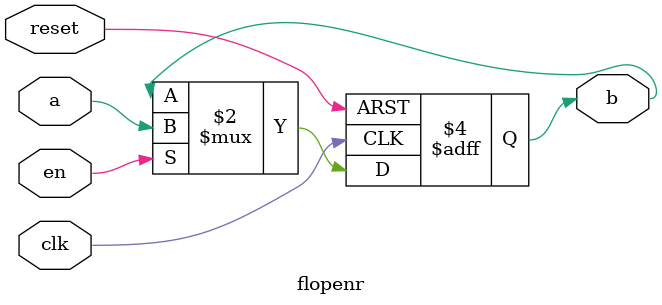
<source format=sv>
`timescale 1ns / 1ps


module flopenr
#(parameter width = 1)
(
    input [width - 1 : 0] a,
    output logic [width - 1 : 0] b,
    input clk,
    input reset,
    input en
    );
    always@(posedge clk, posedge reset)
        if(reset) b <= 0;
        else if(en) b <= a;
endmodule

</source>
